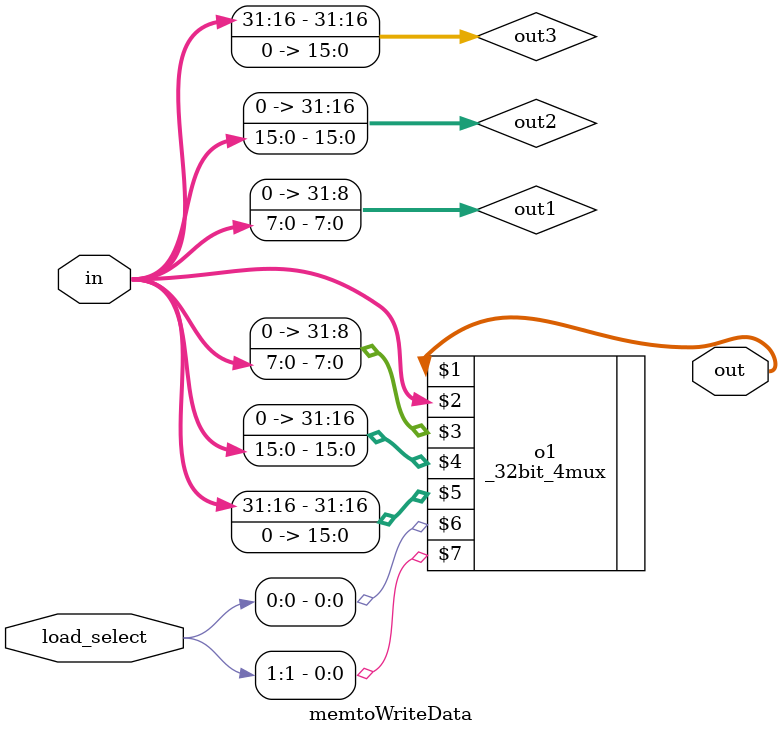
<source format=v>
module memtoWriteData(out,in,load_select);
input [1:0] load_select;
input [31:0] in;
output[31:0] out ;
wire [31:0] out1 , out2 , out3;

buf b0(out1[0],in[0]),b1(out1[1],in[1]),b2(out1[2],in[2]),b3(out1[3],in[3]),
	b4(out1[4],in[4]),b5(out1[5],in[5]),b6(out1[6],in[6]),b7(out1[7],in[7]),
	b8(out1[8],0),b9(out1[9],0),b10(out1[10],0),b11(out1[11],0),
	b12(out1[12],0),b13(out1[13],0),b14(out1[14],0),b15(out1[15],0),
	b16(out1[16],0),b17(out1[17],0),b18(out1[18],0),b19(out1[19],0),
	b20(out1[20],0),b21(out1[21],0),b22(out1[22],0),b23(out1[23],0),
	b24(out1[24],0),b25(out1[25],0),b26(out1[26],0),b27(out1[27],0),
	b28(out1[28],0),b29(out1[29],0),b30(out1[30],0),b31(out1[31],0);
	
	
	
buf c0(out2[0],in[0]),c1(out2[1],in[1]),c2(out2[2],in[2]),c3(out2[3],in[3]),	
	c4(out2[4],in[4]),c5(out2[5],in[5]),c6(out2[6],in[6]),c7(out2[7],in[7]),
	c8(out2[8],in[8]),c9(out2[9],in[9]),c10(out2[10],in[10]),c11(out2[11],in[11]),
	c12(out2[12],in[12]),c13(out2[13],in[13]),c14(out2[14],in[14]),c15(out2[15],in[15]),
	c16(out2[16],0),c17(out2[17],0),c18(out2[18],0),c19(out2[19],0),
	c20(out2[20],0),c21(out2[21],0),c22(out2[22],0),c23(out2[23],0),
	c24(out2[24],0),c25(out2[25],0),c26(out2[26],0),c27(out2[27],0),
	c28(out2[28],0),c29(out2[29],0),c30(out2[30],0),c31(out2[31],0);

	
	

buf d0(out3[0],0),d1(out3[1],0),d2(out3[2],0),d3(out3[3],0),
	d4(out3[4],0),d5(out3[5],0),d6(out3[6],0),d7(out3[7],0),
	d8(out3[8],0),d9(out3[9],0),d10(out3[10],0),d11(out3[11],0),
	d12(out3[12],0),d13(out3[13],0),d14(out3[14],0),d15(out3[15],0),
	d16(out3[16],in[16]),d17(out3[17],in[17]),d18(out3[18],in[18]),d19(out3[19],in[19]),
	d20(out3[20],in[20]),d21(out3[21],in[21]),d22(out3[22],in[22]),d23(out3[23],in[23]),
	d24(out3[24],in[24]),d25(out3[25],in[25]),d26(out3[26],in[26]),d27(out3[27],in[27]),
	d28(out3[28],in[28]),d29(out3[29],in[29]),d30(out3[30],in[30]),d31(out3[31],in[31]);




	
	
_32bit_4mux o1(out,in,out1,out2,out3,load_select[0],load_select[1]);





endmodule
</source>
